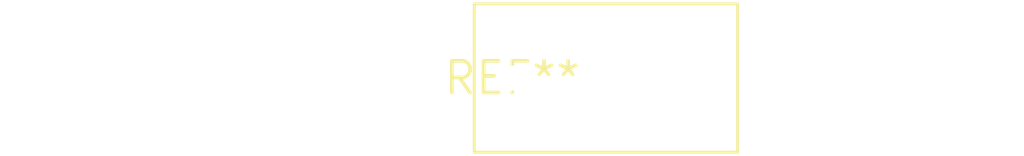
<source format=kicad_pcb>
(kicad_pcb (version 20240108) (generator pcbnew)
  (layers (0 "F.Cu" signal) (31 "B.Cu" signal) (34 "B.Paste" user) (35 "F.Paste" user) (36 "B.SilkS" user "B.Silkscreen") (37 "F.SilkS" user "F.Silkscreen") (38 "B.Mask" user) (39 "F.Mask" user) (44 "Edge.Cuts" user))
  (net 0 "")
  (footprint "C_Rect_L10.3mm_W5.7mm_P7.50mm_MKS4" (layer "F.Cu") (at 0 0)
    (property "Reference" "REF**")
    (property "Value" "C_Rect_L10.3mm_W5.7mm_P7.50mm_MKS4")
    (fp_line (start -1.52 -2.97) (end -1.52 2.97) (layer "F.SilkS") (stroke (width 0.12)))
    (fp_line (start -1.52 -2.97) (end 9.02 -2.97) (layer "F.SilkS") (stroke (width 0.12)))
    (fp_line (start -1.52 2.97) (end 9.02 2.97) (layer "F.SilkS") (stroke (width 0.12)))
    (fp_line (start 9.02 -2.97) (end 9.02 2.97) (layer "F.SilkS") (stroke (width 0.12)))
    (pad "1" thru_hole circle (at 0 0) (size 2 2) (drill 1) (layers *.Cu *.Mask) (remove_unused_layers))
    (pad "2" thru_hole circle (at 7.5 0) (size 2 2) (drill 1) (layers *.Cu *.Mask) (remove_unused_layers))
  )
)
</source>
